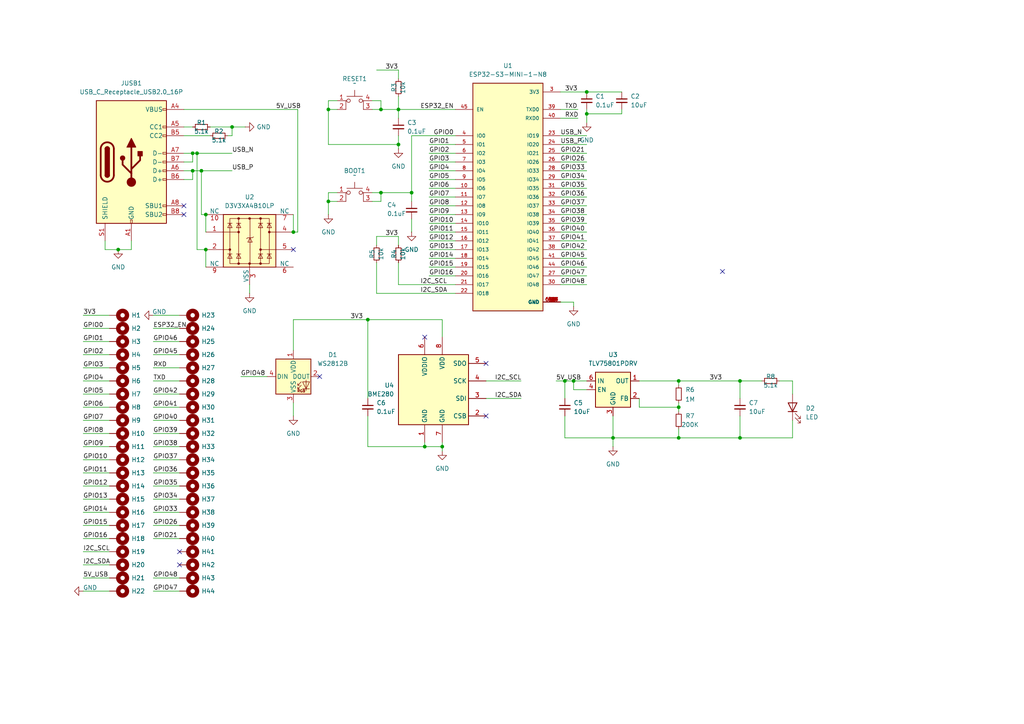
<source format=kicad_sch>
(kicad_sch (version 20231120) (generator "eeschema") (generator_version "8.0")
  (paper "A4")
  (title_block (title "Liz Sensor ESP 32") (rev "V1.0") (company "Sjølyst Innovations"))
  (junction (at 196.85 127))
  (junction (at 119.38 55.88))
  (junction (at 55.88 49.53))
  (junction (at 85.09 67.31))
  (junction (at 59.69 72.39))
  (junction (at 115.57 31.75))
  (junction (at 166.37 110.49))
  (junction (at 55.88 44.45))
  (junction (at 95.25 31.75))
  (junction (at 59.69 62.23))
  (junction (at 123.19 129.54))
  (junction (at 163.83 110.49))
  (junction (at 67.31 36.83))
  (junction (at 196.85 118.11))
  (junction (at 196.85 110.49))
  (junction (at 214.63 127))
  (junction (at 110.49 31.75))
  (junction (at 110.49 55.88))
  (junction (at 95.25 58.42))
  (junction (at 128.27 129.54))
  (junction (at 177.8 127))
  (junction (at 170.18 33.02))
  (junction (at 115.57 41.91))
  (junction (at 106.68 92.71))
  (junction (at 34.29 72.39))
  (junction (at 170.18 26.67))
  (junction (at 58.42 49.53))
  (junction (at 57.15 44.45))
  (junction (at 214.63 110.49))
  (no_connect (at 92.71 109.22))
  (no_connect (at 209.55 78.74))
  (no_connect (at 85.09 72.39))
  (no_connect (at 140.97 105.41))
  (no_connect (at 53.34 62.23))
  (no_connect (at 53.34 59.69))
  (no_connect (at 52.07 163.83))
  (no_connect (at 123.19 97.79))
  (no_connect (at 52.07 160.02))
  (no_connect (at 140.97 120.65))
  (no_connect (at -5.08 106.68))
  (wire (pts (xy 185.42 118.11) (xy 196.85 118.11)))
  (wire (pts (xy 44.45 167.64) (xy 52.07 167.64)))
  (wire (pts (xy 124.46 46.99) (xy 132.08 46.99)))
  (wire (pts (xy 128.27 128.27) (xy 128.27 129.54)))
  (wire (pts (xy 107.95 29.21) (xy 110.49 29.21)))
  (wire (pts (xy 196.85 110.49) (xy 214.63 110.49)))
  (wire (pts (xy 110.49 58.42) (xy 107.95 58.42)))
  (wire (pts (xy 162.56 67.31) (xy 170.18 67.31)))
  (wire (pts (xy 106.68 92.71) (xy 128.27 92.71)))
  (wire (pts (xy 55.88 49.53) (xy 58.42 49.53)))
  (wire (pts (xy 66.04 39.37) (xy 67.31 39.37)))
  (wire (pts (xy 55.88 44.45) (xy 57.15 44.45)))
  (wire (pts (xy 115.57 27.94) (xy 115.57 31.75)))
  (wire (pts (xy 124.46 77.47) (xy 132.08 77.47)))
  (wire (pts (xy 119.38 55.88) (xy 110.49 55.88)))
  (wire (pts (xy 196.85 118.11) (xy 196.85 119.38)))
  (wire (pts (xy 119.38 39.37) (xy 132.08 39.37)))
  (wire (pts (xy 124.46 64.77) (xy 132.08 64.77)))
  (wire (pts (xy 185.42 115.57) (xy 185.42 118.11)))
  (wire (pts (xy 59.69 72.39) (xy 57.15 72.39)))
  (wire (pts (xy 53.34 46.99) (xy 55.88 46.99)))
  (wire (pts (xy 24.13 125.73) (xy 31.75 125.73)))
  (wire (pts (xy 119.38 63.5) (xy 119.38 67.31)))
  (wire (pts (xy 24.13 121.92) (xy 31.75 121.92)))
  (wire (pts (xy 124.46 54.61) (xy 132.08 54.61)))
  (wire (pts (xy 128.27 92.71) (xy 128.27 97.79)))
  (wire (pts (xy 97.79 31.75) (xy 95.25 31.75)))
  (wire (pts (xy 196.85 111.76) (xy 196.85 110.49)))
  (wire (pts (xy 67.31 36.83) (xy 71.12 36.83)))
  (wire (pts (xy 107.95 55.88) (xy 110.49 55.88)))
  (wire (pts (xy 124.46 72.39) (xy 132.08 72.39)))
  (wire (pts (xy 124.46 52.07) (xy 132.08 52.07)))
  (wire (pts (xy 24.13 114.3) (xy 31.75 114.3)))
  (wire (pts (xy 229.87 110.49) (xy 229.87 114.3)))
  (wire (pts (xy 128.27 129.54) (xy 128.27 130.81)))
  (wire (pts (xy 132.08 82.55) (xy 115.57 82.55)))
  (wire (pts (xy 162.56 44.45) (xy 170.18 44.45)))
  (wire (pts (xy 55.88 52.07) (xy 55.88 49.53)))
  (wire (pts (xy 24.13 110.49) (xy 31.75 110.49)))
  (wire (pts (xy 44.45 99.06) (xy 52.07 99.06)))
  (wire (pts (xy 162.56 26.67) (xy 170.18 26.67)))
  (wire (pts (xy 85.09 101.6) (xy 85.09 92.71)))
  (wire (pts (xy 177.8 120.65) (xy 177.8 127)))
  (wire (pts (xy 140.97 115.57) (xy 151.13 115.57)))
  (wire (pts (xy 95.25 31.75) (xy 95.25 29.21)))
  (wire (pts (xy 53.34 52.07) (xy 55.88 52.07)))
  (wire (pts (xy 161.29 110.49) (xy 163.83 110.49)))
  (wire (pts (xy 53.34 44.45) (xy 55.88 44.45)))
  (wire (pts (xy 196.85 127) (xy 177.8 127)))
  (wire (pts (xy 162.56 59.69) (xy 170.18 59.69)))
  (wire (pts (xy 162.56 77.47) (xy 170.18 77.47)))
  (wire (pts (xy 57.15 44.45) (xy 57.15 72.39)))
  (wire (pts (xy 170.18 26.67) (xy 180.34 26.67)))
  (wire (pts (xy 162.56 54.61) (xy 170.18 54.61)))
  (wire (pts (xy 226.06 110.49) (xy 229.87 110.49)))
  (wire (pts (xy 44.45 144.78) (xy 52.07 144.78)))
  (wire (pts (xy 162.56 52.07) (xy 170.18 52.07)))
  (wire (pts (xy 124.46 59.69) (xy 132.08 59.69)))
  (wire (pts (xy 44.45 118.11) (xy 52.07 118.11)))
  (wire (pts (xy 196.85 116.84) (xy 196.85 118.11)))
  (wire (pts (xy 67.31 39.37) (xy 67.31 36.83)))
  (wire (pts (xy 24.13 171.45) (xy 31.75 171.45)))
  (wire (pts (xy 107.95 31.75) (xy 110.49 31.75)))
  (wire (pts (xy 214.63 110.49) (xy 214.63 115.57)))
  (wire (pts (xy 30.48 72.39) (xy 34.29 72.39)))
  (wire (pts (xy 24.13 95.25) (xy 31.75 95.25)))
  (wire (pts (xy 44.45 171.45) (xy 52.07 171.45)))
  (wire (pts (xy 163.83 110.49) (xy 163.83 115.57)))
  (wire (pts (xy 196.85 124.46) (xy 196.85 127)))
  (wire (pts (xy 44.45 95.25) (xy 52.07 95.25)))
  (wire (pts (xy 124.46 49.53) (xy 132.08 49.53)))
  (wire (pts (xy 166.37 113.03) (xy 166.37 110.49)))
  (wire (pts (xy 180.34 31.75) (xy 180.34 33.02)))
  (wire (pts (xy 124.46 57.15) (xy 132.08 57.15)))
  (wire (pts (xy 85.09 92.71) (xy 106.68 92.71)))
  (wire (pts (xy 162.56 49.53) (xy 170.18 49.53)))
  (wire (pts (xy 229.87 127) (xy 214.63 127)))
  (wire (pts (xy 85.09 116.84) (xy 85.09 120.65)))
  (wire (pts (xy 57.15 44.45) (xy 67.31 44.45)))
  (wire (pts (xy 124.46 80.01) (xy 132.08 80.01)))
  (wire (pts (xy 95.25 29.21) (xy 97.79 29.21)))
  (wire (pts (xy 44.45 148.59) (xy 52.07 148.59)))
  (wire (pts (xy 180.34 33.02) (xy 170.18 33.02)))
  (wire (pts (xy 170.18 113.03) (xy 166.37 113.03)))
  (wire (pts (xy 170.18 31.75) (xy 170.18 33.02)))
  (wire (pts (xy 166.37 87.63) (xy 166.37 88.9)))
  (wire (pts (xy 162.56 31.75) (xy 167.64 31.75)))
  (wire (pts (xy 119.38 39.37) (xy 119.38 55.88)))
  (wire (pts (xy 24.13 163.83) (xy 31.75 163.83)))
  (wire (pts (xy 59.69 72.39) (xy 59.69 77.47)))
  (wire (pts (xy 60.96 36.83) (xy 67.31 36.83)))
  (wire (pts (xy 162.56 46.99) (xy 170.18 46.99)))
  (wire (pts (xy 163.83 120.65) (xy 163.83 127)))
  (wire (pts (xy 119.38 55.88) (xy 119.38 58.42)))
  (wire (pts (xy 30.48 69.85) (xy 30.48 72.39)))
  (wire (pts (xy 124.46 67.31) (xy 132.08 67.31)))
  (wire (pts (xy 55.88 46.99) (xy 55.88 44.45)))
  (wire (pts (xy 229.87 121.92) (xy 229.87 127)))
  (wire (pts (xy 24.13 167.64) (xy 31.75 167.64)))
  (wire (pts (xy 44.45 140.97) (xy 52.07 140.97)))
  (wire (pts (xy 72.39 82.55) (xy 72.39 85.09)))
  (wire (pts (xy 115.57 68.58) (xy 115.57 71.12)))
  (wire (pts (xy 53.34 39.37) (xy 60.96 39.37)))
  (wire (pts (xy 69.85 109.22) (xy 77.47 109.22)))
  (wire (pts (xy 97.79 55.88) (xy 95.25 55.88)))
  (wire (pts (xy 109.22 85.09) (xy 132.08 85.09)))
  (wire (pts (xy 109.22 68.58) (xy 115.57 68.58)))
  (wire (pts (xy 162.56 62.23) (xy 170.18 62.23)))
  (wire (pts (xy 162.56 74.93) (xy 170.18 74.93)))
  (wire (pts (xy 44.45 137.16) (xy 52.07 137.16)))
  (wire (pts (xy 106.68 129.54) (xy 123.19 129.54)))
  (wire (pts (xy 140.97 110.49) (xy 151.13 110.49)))
  (wire (pts (xy 44.45 110.49) (xy 52.07 110.49)))
  (wire (pts (xy 95.25 41.91) (xy 95.25 31.75)))
  (wire (pts (xy 115.57 31.75) (xy 115.57 34.29)))
  (wire (pts (xy 24.13 160.02) (xy 31.75 160.02)))
  (wire (pts (xy 24.13 91.44) (xy 31.75 91.44)))
  (wire (pts (xy 110.49 31.75) (xy 115.57 31.75)))
  (wire (pts (xy 24.13 137.16) (xy 31.75 137.16)))
  (wire (pts (xy 123.19 128.27) (xy 123.19 129.54)))
  (wire (pts (xy 24.13 129.54) (xy 31.75 129.54)))
  (wire (pts (xy 214.63 110.49) (xy 220.98 110.49)))
  (wire (pts (xy 95.25 58.42) (xy 97.79 58.42)))
  (wire (pts (xy 44.45 156.21) (xy 52.07 156.21)))
  (wire (pts (xy 53.34 49.53) (xy 55.88 49.53)))
  (wire (pts (xy 44.45 133.35) (xy 52.07 133.35)))
  (wire (pts (xy 24.13 148.59) (xy 31.75 148.59)))
  (wire (pts (xy 162.56 34.29) (xy 167.64 34.29)))
  (wire (pts (xy 24.13 156.21) (xy 31.75 156.21)))
  (wire (pts (xy 95.25 55.88) (xy 95.25 58.42)))
  (wire (pts (xy 44.45 114.3) (xy 52.07 114.3)))
  (wire (pts (xy 106.68 92.71) (xy 106.68 115.57)))
  (wire (pts (xy 24.13 102.87) (xy 31.75 102.87)))
  (wire (pts (xy 115.57 41.91) (xy 115.57 43.18)))
  (wire (pts (xy 109.22 20.32) (xy 115.57 20.32)))
  (wire (pts (xy 115.57 22.86) (xy 115.57 20.32)))
  (wire (pts (xy 124.46 69.85) (xy 132.08 69.85)))
  (wire (pts (xy 38.1 72.39) (xy 34.29 72.39)))
  (wire (pts (xy 53.34 31.75) (xy 86.36 31.75)))
  (wire (pts (xy 123.19 129.54) (xy 128.27 129.54)))
  (wire (pts (xy 115.57 41.91) (xy 95.25 41.91)))
  (wire (pts (xy 115.57 82.55) (xy 115.57 76.2)))
  (wire (pts (xy 163.83 127) (xy 177.8 127)))
  (wire (pts (xy 58.42 62.23) (xy 59.69 62.23)))
  (wire (pts (xy 85.09 67.31) (xy 86.36 67.31)))
  (wire (pts (xy 162.56 87.63) (xy 166.37 87.63)))
  (wire (pts (xy 44.45 121.92) (xy 52.07 121.92)))
  (wire (pts (xy 58.42 49.53) (xy 58.42 62.23)))
  (wire (pts (xy 163.83 110.49) (xy 166.37 110.49)))
  (wire (pts (xy 24.13 140.97) (xy 31.75 140.97)))
  (wire (pts (xy 214.63 120.65) (xy 214.63 127)))
  (wire (pts (xy 44.45 129.54) (xy 52.07 129.54)))
  (wire (pts (xy 162.56 72.39) (xy 170.18 72.39)))
  (wire (pts (xy 214.63 127) (xy 196.85 127)))
  (wire (pts (xy 162.56 57.15) (xy 170.18 57.15)))
  (wire (pts (xy 24.13 144.78) (xy 31.75 144.78)))
  (wire (pts (xy 109.22 76.2) (xy 109.22 85.09)))
  (wire (pts (xy 162.56 69.85) (xy 170.18 69.85)))
  (wire (pts (xy 124.46 41.91) (xy 132.08 41.91)))
  (wire (pts (xy 85.09 62.23) (xy 85.09 67.31)))
  (wire (pts (xy 162.56 80.01) (xy 170.18 80.01)))
  (wire (pts (xy 44.45 91.44) (xy 52.07 91.44)))
  (wire (pts (xy 162.56 41.91) (xy 170.18 41.91)))
  (wire (pts (xy 44.45 106.68) (xy 52.07 106.68)))
  (wire (pts (xy 95.25 58.42) (xy 95.25 62.23)))
  (wire (pts (xy 124.46 74.93) (xy 132.08 74.93)))
  (wire (pts (xy 110.49 55.88) (xy 110.49 58.42)))
  (wire (pts (xy 24.13 118.11) (xy 31.75 118.11)))
  (wire (pts (xy 24.13 152.4) (xy 31.75 152.4)))
  (wire (pts (xy 115.57 39.37) (xy 115.57 41.91)))
  (wire (pts (xy 109.22 71.12) (xy 109.22 68.58)))
  (wire (pts (xy 38.1 69.85) (xy 38.1 72.39)))
  (wire (pts (xy 44.45 152.4) (xy 52.07 152.4)))
  (wire (pts (xy 58.42 49.53) (xy 67.31 49.53)))
  (wire (pts (xy 86.36 67.31) (xy 86.36 31.75)))
  (wire (pts (xy 124.46 44.45) (xy 132.08 44.45)))
  (wire (pts (xy 24.13 133.35) (xy 31.75 133.35)))
  (wire (pts (xy 106.68 120.65) (xy 106.68 129.54)))
  (wire (pts (xy 124.46 62.23) (xy 132.08 62.23)))
  (wire (pts (xy 162.56 64.77) (xy 170.18 64.77)))
  (wire (pts (xy 44.45 125.73) (xy 52.07 125.73)))
  (wire (pts (xy 162.56 82.55) (xy 170.18 82.55)))
  (wire (pts (xy 24.13 106.68) (xy 31.75 106.68)))
  (wire (pts (xy 44.45 102.87) (xy 52.07 102.87)))
  (wire (pts (xy 24.13 99.06) (xy 31.75 99.06)))
  (wire (pts (xy 170.18 33.02) (xy 170.18 35.56)))
  (wire (pts (xy 110.49 29.21) (xy 110.49 31.75)))
  (wire (pts (xy 185.42 110.49) (xy 196.85 110.49)))
  (wire (pts (xy 132.08 31.75) (xy 115.57 31.75)))
  (wire (pts (xy 53.34 36.83) (xy 55.88 36.83)))
  (wire (pts (xy 166.37 110.49) (xy 170.18 110.49)))
  (wire (pts (xy 162.56 39.37) (xy 170.18 39.37)))
  (wire (pts (xy 59.69 62.23) (xy 59.69 67.31)))
  (wire (pts (xy 177.8 127) (xy 177.8 129.54)))
  (label "GPIO39" (at 162.56 64.77 0))
  (label "GPIO36" (at 162.56 57.15 0))
  (label "GPIO47" (at 44.45 171.45 0))
  (label "GPIO10" (at 24.13 133.35 0))
  (label "3V3" (at 111.76 68.58 0))
  (label "GPIO47" (at 162.56 80.01 0))
  (label "GPIO37" (at 162.56 59.69 0))
  (label "5V_USB" (at 80.01 31.75 0))
  (label "GPIO34" (at 44.45 144.78 0))
  (label "GPIO45" (at 44.45 102.87 0))
  (label "GPIO42" (at 162.56 72.39 0))
  (label "GPIO21" (at 162.56 44.45 0))
  (label "USB_N" (at 162.56 39.37 0))
  (label "GPIO2" (at 24.13 102.87 0))
  (label "GPIO7" (at 124.46 57.15 0))
  (label "GPIO39" (at 44.45 125.73 0))
  (label "5V_USB" (at 161.29 110.49 0))
  (label "3V3" (at 24.13 91.44 0))
  (label "GPIO13" (at 124.46 72.39 0))
  (label "GPIO14" (at 124.46 74.93 0))
  (label "USB_P" (at 67.31 49.53 0))
  (label "GPIO8" (at 24.13 125.73 0))
  (label "3V3" (at 111.76 20.32 0))
  (label "GPIO41" (at 162.56 69.85 0))
  (label "GPIO1" (at 24.13 99.06 0))
  (label "I2C_SDA" (at 121.92 85.09 0))
  (label "GPIO35" (at 44.45 140.97 0))
  (label "GPIO34" (at 162.56 52.07 0))
  (label "GPIO38" (at 44.45 129.54 0))
  (label "GPIO46" (at 44.45 99.06 0))
  (label "TXD" (at 163.83 31.75 0))
  (label "ESP32_EN" (at 121.92 31.75 0))
  (label "GPIO48" (at 69.85 109.22 0))
  (label "GPIO6" (at 124.46 54.61 0))
  (label "GPIO5" (at 124.46 52.07 0))
  (label "RXD" (at 44.45 106.68 0))
  (label "GPIO12" (at 24.13 140.97 0))
  (label "GPIO3" (at 124.46 46.99 0))
  (label "GPIO12" (at 124.46 69.85 0))
  (label "GPIO0" (at 125.73 39.37 0))
  (label "GPIO7" (at 24.13 121.92 0))
  (label "USB_P" (at 162.56 41.91 0))
  (label "GPIO40" (at 44.45 121.92 0))
  (label "GPIO48" (at 162.56 82.55 0))
  (label "GPIO3" (at 24.13 106.68 0))
  (label "GPIO1" (at 124.46 41.91 0))
  (label "GPIO40" (at 162.56 67.31 0))
  (label "GPIO13" (at 24.13 144.78 0))
  (label "GPIO46" (at 162.56 77.47 0))
  (label "I2C_SCL" (at 24.13 160.02 0))
  (label "GPIO48" (at 44.45 167.64 0))
  (label "GPIO16" (at 24.13 156.21 0))
  (label "GPIO11" (at 24.13 137.16 0))
  (label "GPIO10" (at 124.46 64.77 0))
  (label "GPIO21" (at 44.45 156.21 0))
  (label "3V3" (at 205.74 110.49 0))
  (label "GPIO14" (at 24.13 148.59 0))
  (label "I2C_SCL" (at 143.51 110.49 0))
  (label "GPIO42" (at 44.45 114.3 0))
  (label "GPIO16" (at 124.46 80.01 0))
  (label "GPIO35" (at 162.56 54.61 0))
  (label "GPIO26" (at 162.56 46.99 0))
  (label "I2C_SCL" (at 121.92 82.55 0))
  (label "GPIO41" (at 44.45 118.11 0))
  (label "RXD" (at 163.83 34.29 0))
  (label "ESP32_EN" (at 44.45 95.25 0))
  (label "GPIO2" (at 124.46 44.45 0))
  (label "GPIO38" (at 162.56 62.23 0))
  (label "5V_USB" (at 24.13 167.64 0))
  (label "GPIO33" (at 162.56 49.53 0))
  (label "I2C_SDA" (at 143.51 115.57 0))
  (label "GPIO11" (at 124.46 67.31 0))
  (label "GPIO26" (at 44.45 152.4 0))
  (label "GPIO15" (at 24.13 152.4 0))
  (label "GPIO4" (at 24.13 110.49 0))
  (label "GPIO4" (at 124.46 49.53 0))
  (label "GPIO0" (at 24.13 95.25 0))
  (label "3V3" (at 163.83 26.67 0))
  (label "GPIO6" (at 24.13 118.11 0))
  (label "GPIO5" (at 24.13 114.3 0))
  (label "GPIO33" (at 44.45 148.59 0))
  (label "GPIO36" (at 44.45 137.16 0))
  (label "3V3" (at 101.6 92.71 0))
  (label "GPIO45" (at 162.56 74.93 0))
  (label "I2C_SDA" (at 24.13 163.83 0))
  (label "GPIO9" (at 124.46 62.23 0))
  (label "GPIO37" (at 44.45 133.35 0))
  (label "GPIO8" (at 124.46 59.69 0))
  (label "USB_N" (at 67.31 44.45 0))
  (label "TXD" (at 44.45 110.49 0))
  (label "GPIO15" (at 124.46 77.47 0))
  (label "GPIO9" (at 24.13 129.54 0))
  (symbol (lib_id "Mechanical:MountingHole_Pad") (at 54.61 121.92 270) (unit 1) (exclude_from_sim yes) (in_bom no)
    (property "Reference" "H31" (at 58.42 121.9199 90) (effects (justify left)))
    (property "Footprint" "TestPoint:TestPoint_THTPad_D1.0mm_Drill0.5mm" (effects (hide yes)))
    (property "Description" "Mounting Hole with connection" (effects (hide yes)))
  )
  (symbol (lib_id "Mechanical:MountingHole_Pad") (at 54.61 156.21 270) (unit 1) (exclude_from_sim yes) (in_bom no)
    (property "Reference" "H40" (at 58.42 156.2099 90) (effects (justify left)))
    (property "Footprint" "TestPoint:TestPoint_THTPad_D1.0mm_Drill0.5mm" (effects (hide yes)))
    (property "Description" "Mounting Hole with connection" (effects (hide yes)))
  )
  (symbol (lib_id "Sensor:BME280") (at 125.73 113.03 0) (unit 1)
    (property "Reference" "U4" (at 114.3 111.7599 0) (effects (justify right)))
    (property "Value" "BME280" (at 114.3 114.2999 0) (effects (justify right)))
    (property "Footprint" "Package_LGA:Bosch_LGA-8_2.5x2.5mm_P0.65mm_ClockwisePinNumbering" (effects (hide yes)))
    (property "Datasheet" "https://www.bosch-sensortec.com/media/boschsensortec/downloads/datasheets/bst-bme280-ds002.pdf" (effects (hide yes)))
    (property "Description" "3-in-1 sensor, humidity, pressure, temperature, I2C and SPI interface, 1.71-3.6V, LGA-8" (effects (hide yes)))
  )
  (symbol (lib_id "Device:C_Small") (at 115.57 36.83 0) (unit 1)
    (property "Reference" "C3" (at 118.11 35.5662 0) (effects (justify left)))
    (property "Value" "0.1uF" (at 118.11 38.1062 0) (effects (justify left)))
    (property "Footprint" "Capacitor_SMD:C_0603_1608Metric" (effects (hide yes)))
    (property "Description" "Unpolarized capacitor, small symbol" (effects (hide yes)))
  )
  (symbol (lib_id "power:GND") (at 166.37 88.9 0) (unit 1)
    (property "Reference" "#PWR06" (effects (hide yes)))
    (property "Value" "GND" (at 166.37 93.98 0))
    (property "Description" "Power symbol creates a global label with name \"GND\" , ground" (effects (hide yes)))
  )
  (symbol (lib_id "power:GND") (at 44.45 91.44 270) (unit 1)
    (property "Reference" "#PWR013" (effects (hide yes)))
    (property "Value" "GND" (at 48.26 90.424 90) (effects (justify right)))
    (property "Description" "Power symbol creates a global label with name \"GND\" , ground" (effects (hide yes)))
  )
  (symbol (lib_id "Mechanical:MountingHole_Pad") (at 34.29 125.73 270) (unit 1) (exclude_from_sim yes) (in_bom no)
    (property "Reference" "H10" (at 38.1 125.7299 90) (effects (justify left)))
    (property "Footprint" "TestPoint:TestPoint_THTPad_D1.0mm_Drill0.5mm" (effects (hide yes)))
    (property "Description" "Mounting Hole with connection" (effects (hide yes)))
  )
  (symbol (lib_id "power:GND") (at 85.09 120.65 0) (unit 1)
    (property "Reference" "#PWR08" (effects (hide yes)))
    (property "Value" "GND" (at 85.09 125.73 0))
    (property "Description" "Power symbol creates a global label with name \"GND\" , ground" (effects (hide yes)))
  )
  (symbol (lib_id "power:GND") (at 71.12 36.83 90) (unit 1)
    (property "Reference" "#PWR01" (effects (hide yes)))
    (property "Value" "GND" (at 74.422 36.83 90) (effects (justify right)))
    (property "Description" "Power symbol creates a global label with name \"GND\" , ground" (effects (hide yes)))
  )
  (symbol (lib_id "ESP32-S3-MINI-1-N8:ESP32-S3-MINI-1-N8") (at 147.32 57.15 0) (unit 1)
    (property "Reference" "U1" (at 147.32 19.05 0))
    (property "Value" "ESP32-S3-MINI-1-N8" (at 147.32 21.59 0))
    (property "Footprint" "ESP32_S3_MINI_1_N8:XCVR_ESP32-S3-MINI-1-N8" (effects (hide yes)))
    (property "MF" "Espressif Systems" (effects (hide yes)))
    (property "MAXIMUM_PACKAGE_HEIGHT" "2.55mm" (effects (hide yes)))
    (property "Package" "None" (effects (hide yes)))
    (property "Price" "None" (effects (hide yes)))
    (property "Check_prices" "https://www.snapeda.com/parts/ESP32-S3-MINI-1-N8/Espressif+Systems/view-part/?ref=eda" (effects (hide yes)))
    (property "STANDARD" "Manufacturer Recommendations" (effects (hide yes)))
    (property "PARTREV" "v0.6" (effects (hide yes)))
    (property "SnapEDA_Link" "https://www.snapeda.com/parts/ESP32-S3-MINI-1-N8/Espressif+Systems/view-part/?ref=snap" (effects (hide yes)))
    (property "MP" "ESP32-S3-MINI-1-N8" (effects (hide yes)))
    (property "Purchase-URL" "https://www.snapeda.com/api/url_track_click_mouser/?unipart_id=8941370&manufacturer=Espressif Systems&part_name=ESP32-S3-MINI-1-N8&search_term=None" (effects (hide yes)))
    (property "Description_1" "\nBluetooth, WiFi 802.11b/g/n, Bluetooth v5.0 Transceiver Module 2.4GHz PCB Trace Surface Mount\n" (effects (hide yes)))
    (property "Availability" "In Stock" (effects (hide yes)))
    (property "MANUFACTURER" "Espressif" (effects (hide yes)))
  )
  (symbol (lib_id "Regulator_Linear:TLV75801PDRV") (at 177.8 113.03 0) (unit 1)
    (property "Reference" "U3" (at 177.8 102.87 0))
    (property "Value" "TLV75801PDRV" (at 177.8 105.41 0))
    (property "Footprint" "Package_SON:WSON-6-1EP_2x2mm_P0.65mm_EP1x1.6mm" (effects (hide yes)))
    (property "Datasheet" "https://www.ti.com/lit/ds/symlink/tlv758p.pdf" (effects (hide yes)))
    (property "Description" "500mA Low-Dropout Linear Regulator, Adjustable Output, WSON-6" (effects (hide yes)))
  )
  (symbol (lib_id "Device:C_Small") (at 170.18 29.21 0) (unit 1)
    (property "Reference" "C1" (at 172.72 27.9462 0) (effects (justify left)))
    (property "Value" "0.1uF" (at 172.72 30.4862 0) (effects (justify left)))
    (property "Footprint" "Capacitor_SMD:C_0603_1608Metric" (effects (hide yes)))
    (property "Description" "Unpolarized capacitor, small symbol" (effects (hide yes)))
  )
  (symbol (lib_id "Mechanical:MountingHole_Pad") (at 54.61 118.11 270) (unit 1) (exclude_from_sim yes) (in_bom no)
    (property "Reference" "H30" (at 58.42 118.1099 90) (effects (justify left)))
    (property "Footprint" "TestPoint:TestPoint_THTPad_D1.0mm_Drill0.5mm" (effects (hide yes)))
    (property "Description" "Mounting Hole with connection" (effects (hide yes)))
  )
  (symbol (lib_id "power:GND") (at 128.27 130.81 0) (unit 1)
    (property "Reference" "#PWR010" (effects (hide yes)))
    (property "Value" "GND" (at 128.27 135.89 0))
    (property "Description" "Power symbol creates a global label with name \"GND\" , ground" (effects (hide yes)))
  )
  (symbol (lib_id "Device:R_Small") (at 63.5 39.37 90) (unit 1)
    (property "Reference" "R2" (at 63.5 38.1 90))
    (property "Value" "5.1k" (at 63.5 40.64 90))
    (property "Footprint" "Resistor_SMD:R_0603_1608Metric" (effects (hide yes)))
    (property "Description" "Resistor, small symbol" (effects (hide yes)))
  )
  (symbol (lib_id "Mechanical:MountingHole_Pad") (at 34.29 118.11 270) (unit 1) (exclude_from_sim yes) (in_bom no)
    (property "Reference" "H8" (at 38.1 118.1099 90) (effects (justify left)))
    (property "Footprint" "TestPoint:TestPoint_THTPad_D1.0mm_Drill0.5mm" (effects (hide yes)))
    (property "Description" "Mounting Hole with connection" (effects (hide yes)))
  )
  (symbol (lib_id "Mechanical:MountingHole_Pad") (at 54.61 148.59 270) (unit 1) (exclude_from_sim yes) (in_bom no)
    (property "Reference" "H38" (at 58.42 148.5899 90) (effects (justify left)))
    (property "Footprint" "TestPoint:TestPoint_THTPad_D1.0mm_Drill0.5mm" (effects (hide yes)))
    (property "Description" "Mounting Hole with connection" (effects (hide yes)))
  )
  (symbol (lib_id "Mechanical:MountingHole_Pad") (at 54.61 133.35 270) (unit 1) (exclude_from_sim yes) (in_bom no)
    (property "Reference" "H34" (at 58.42 133.3499 90) (effects (justify left)))
    (property "Footprint" "TestPoint:TestPoint_THTPad_D1.0mm_Drill0.5mm" (effects (hide yes)))
    (property "Description" "Mounting Hole with connection" (effects (hide yes)))
  )
  (symbol (lib_id "Mechanical:MountingHole_Pad") (at 54.61 106.68 270) (unit 1) (exclude_from_sim yes) (in_bom no)
    (property "Reference" "H27" (at 58.42 106.6799 90) (effects (justify left)))
    (property "Footprint" "TestPoint:TestPoint_THTPad_D1.0mm_Drill0.5mm" (effects (hide yes)))
    (property "Description" "Mounting Hole with connection" (effects (hide yes)))
  )
  (symbol (lib_id "Mechanical:MountingHole_Pad") (at 54.61 95.25 270) (unit 1) (exclude_from_sim yes) (in_bom no)
    (property "Reference" "H24" (at 58.42 95.2499 90) (effects (justify left)))
    (property "Footprint" "TestPoint:TestPoint_THTPad_D1.0mm_Drill0.5mm" (effects (hide yes)))
    (property "Description" "Mounting Hole with connection" (effects (hide yes)))
  )
  (symbol (lib_id "power:GND") (at 170.18 35.56 0) (unit 1)
    (property "Reference" "#PWR04" (effects (hide yes)))
    (property "Value" "GND" (at 170.18 40.64 0))
    (property "Description" "Power symbol creates a global label with name \"GND\" , ground" (effects (hide yes)))
  )
  (symbol (lib_id "Mechanical:MountingHole_Pad") (at 34.29 140.97 270) (unit 1) (exclude_from_sim yes) (in_bom no)
    (property "Reference" "H14" (at 38.1 140.9699 90) (effects (justify left)))
    (property "Footprint" "TestPoint:TestPoint_THTPad_D1.0mm_Drill0.5mm" (effects (hide yes)))
    (property "Description" "Mounting Hole with connection" (effects (hide yes)))
  )
  (symbol (lib_id "Mechanical:MountingHole_Pad") (at 34.29 129.54 270) (unit 1) (exclude_from_sim yes) (in_bom no)
    (property "Reference" "H11" (at 38.1 129.5399 90) (effects (justify left)))
    (property "Footprint" "TestPoint:TestPoint_THTPad_D1.0mm_Drill0.5mm" (effects (hide yes)))
    (property "Description" "Mounting Hole with connection" (effects (hide yes)))
  )
  (symbol (lib_id "Device:LED") (at 229.87 118.11 90) (unit 1)
    (property "Reference" "D2" (at 233.68 118.4274 90) (effects (justify right)))
    (property "Value" "LED" (at 233.68 120.9674 90) (effects (justify right)))
    (property "Footprint" "LED_SMD:LED_0603_1608Metric" (effects (hide yes)))
    (property "Description" "Light emitting diode" (effects (hide yes)))
  )
  (symbol (lib_id "Switch:SW_MEC_5E") (at 102.87 58.42 0) (unit 1)
    (property "Reference" "BOOT1" (at 102.87 49.53 0))
    (property "Value" "~" (at 102.87 50.8 0))
    (property "Footprint" "Button_Switch_SMD:SW_SPST_PTS810" (effects (hide yes)))
    (property "Datasheet" "http://www.apem.com/int/index.php?controller=attachment&id_attachment=1371" (effects (hide yes)))
    (property "Description" "MEC 5E single pole normally-open tactile switch" (effects (hide yes)))
  )
  (symbol (lib_id "Mechanical:MountingHole_Pad") (at 34.29 163.83 270) (unit 1) (exclude_from_sim yes) (in_bom no)
    (property "Reference" "H20" (at 38.1 163.8299 90) (effects (justify left)))
    (property "Footprint" "TestPoint:TestPoint_THTPad_D1.0mm_Drill0.5mm" (effects (hide yes)))
    (property "Description" "Mounting Hole with connection" (effects (hide yes)))
  )
  (symbol (lib_id "Device:C_Small") (at 180.34 29.21 0) (unit 1)
    (property "Reference" "C2" (at 182.88 27.9462 0) (effects (justify left)))
    (property "Value" "10uF" (at 182.88 30.4862 0) (effects (justify left)))
    (property "Footprint" "Capacitor_SMD:C_0603_1608Metric" (effects (hide yes)))
    (property "Description" "Unpolarized capacitor, small symbol" (effects (hide yes)))
  )
  (symbol (lib_id "Mechanical:MountingHole_Pad") (at 34.29 160.02 270) (unit 1) (exclude_from_sim yes) (in_bom no)
    (property "Reference" "H19" (at 38.1 160.0199 90) (effects (justify left)))
    (property "Footprint" "TestPoint:TestPoint_THTPad_D1.0mm_Drill0.5mm" (effects (hide yes)))
    (property "Description" "Mounting Hole with connection" (effects (hide yes)))
  )
  (symbol (lib_id "Device:R_Small") (at 223.52 110.49 90) (unit 1)
    (property "Reference" "R8" (at 223.52 109.22 90))
    (property "Value" "5.1k" (at 223.52 111.76 90))
    (property "Footprint" "Resistor_SMD:R_0603_1608Metric" (effects (hide yes)))
    (property "Description" "Resistor, small symbol" (effects (hide yes)))
  )
  (symbol (lib_id "power:GND") (at 24.13 171.45 270) (unit 1)
    (property "Reference" "#PWR011" (effects (hide yes)))
    (property "Value" "GND" (at 28.194 170.434 90) (effects (justify right)))
    (property "Description" "Power symbol creates a global label with name \"GND\" , ground" (effects (hide yes)))
  )
  (symbol (lib_id "LED:WS2812B") (at 85.09 109.22 0) (unit 1)
    (property "Reference" "D1" (at 96.52 102.9014 0))
    (property "Value" "WS2812B" (at 96.52 105.4414 0))
    (property "Footprint" "LED_SMD:LED_WS2812B_PLCC4_5.0x5.0mm_P3.2mm" (effects (hide yes)))
    (property "Datasheet" "https://cdn-shop.adafruit.com/datasheets/WS2812B.pdf" (effects (hide yes)))
    (property "Description" "RGB LED with integrated controller" (effects (hide yes)))
  )
  (symbol (lib_id "Mechanical:MountingHole_Pad") (at 54.61 160.02 270) (unit 1) (exclude_from_sim yes) (in_bom no)
    (property "Reference" "H41" (at 58.42 160.0199 90) (effects (justify left)))
    (property "Footprint" "TestPoint:TestPoint_THTPad_D1.0mm_Drill0.5mm" (effects (hide yes)))
    (property "Description" "Mounting Hole with connection" (effects (hide yes)))
  )
  (symbol (lib_id "Mechanical:MountingHole_Pad") (at 54.61 144.78 270) (unit 1) (exclude_from_sim yes) (in_bom no)
    (property "Reference" "H37" (at 58.42 144.7799 90) (effects (justify left)))
    (property "Footprint" "TestPoint:TestPoint_THTPad_D1.0mm_Drill0.5mm" (effects (hide yes)))
    (property "Description" "Mounting Hole with connection" (effects (hide yes)))
  )
  (symbol (lib_id "Device:R_Small") (at 196.85 114.3 180) (unit 1)
    (property "Reference" "R6" (at 200.152 113.03 0))
    (property "Value" "1M" (at 200.152 115.824 0))
    (property "Footprint" "Resistor_SMD:R_0603_1608Metric" (effects (hide yes)))
    (property "Description" "Resistor, small symbol" (effects (hide yes)))
  )
  (symbol (lib_id "Mechanical:MountingHole_Pad") (at 54.61 171.45 270) (unit 1) (exclude_from_sim yes) (in_bom no)
    (property "Reference" "H44" (at 58.42 171.4499 90) (effects (justify left)))
    (property "Footprint" "TestPoint:TestPoint_THTPad_D1.0mm_Drill0.5mm" (effects (hide yes)))
    (property "Description" "Mounting Hole with connection" (effects (hide yes)))
  )
  (symbol (lib_id "Mechanical:MountingHole_Pad") (at 54.61 114.3 270) (unit 1) (exclude_from_sim yes) (in_bom no)
    (property "Reference" "H29" (at 58.42 114.2999 90) (effects (justify left)))
    (property "Footprint" "TestPoint:TestPoint_THTPad_D1.0mm_Drill0.5mm" (effects (hide yes)))
    (property "Description" "Mounting Hole with connection" (effects (hide yes)))
  )
  (symbol (lib_id "Mechanical:MountingHole_Pad") (at 34.29 110.49 270) (unit 1) (exclude_from_sim yes) (in_bom no)
    (property "Reference" "H6" (at 38.1 110.4899 90) (effects (justify left)))
    (property "Footprint" "TestPoint:TestPoint_THTPad_D1.0mm_Drill0.5mm" (effects (hide yes)))
    (property "Description" "Mounting Hole with connection" (effects (hide yes)))
  )
  (symbol (lib_id "Mechanical:MountingHole_Pad") (at 34.29 106.68 270) (unit 1) (exclude_from_sim yes) (in_bom no)
    (property "Reference" "H5" (at 38.1 106.6799 90) (effects (justify left)))
    (property "Footprint" "TestPoint:TestPoint_THTPad_D1.0mm_Drill0.5mm" (effects (hide yes)))
    (property "Description" "Mounting Hole with connection" (effects (hide yes)))
  )
  (symbol (lib_id "power:GND") (at 95.25 62.23 0) (unit 1)
    (property "Reference" "#PWR012" (effects (hide yes)))
    (property "Value" "GND" (at 95.25 67.31 0))
    (property "Description" "Power symbol creates a global label with name \"GND\" , ground" (effects (hide yes)))
  )
  (symbol (lib_id "Mechanical:MountingHole_Pad") (at 54.61 110.49 270) (unit 1) (exclude_from_sim yes) (in_bom no)
    (property "Reference" "H28" (at 58.42 110.4899 90) (effects (justify left)))
    (property "Footprint" "TestPoint:TestPoint_THTPad_D1.0mm_Drill0.5mm" (effects (hide yes)))
    (property "Description" "Mounting Hole with connection" (effects (hide yes)))
  )
  (symbol (lib_id "Switch:SW_MEC_5E") (at 102.87 31.75 0) (unit 1)
    (property "Reference" "RESET1" (at 102.87 22.86 0))
    (property "Value" "~" (at 102.87 24.13 0))
    (property "Footprint" "Button_Switch_SMD:SW_SPST_PTS810" (effects (hide yes)))
    (property "Datasheet" "http://www.apem.com/int/index.php?controller=attachment&id_attachment=1371" (effects (hide yes)))
    (property "Description" "MEC 5E single pole normally-open tactile switch" (effects (hide yes)))
  )
  (symbol (lib_id "Device:C_Small") (at 119.38 60.96 0) (unit 1)
    (property "Reference" "C4" (at 112.268 59.436 0) (effects (justify left)))
    (property "Value" "0.1uF" (at 112.268 61.976 0) (effects (justify left)))
    (property "Footprint" "Capacitor_SMD:C_0603_1608Metric" (effects (hide yes)))
    (property "Description" "Unpolarized capacitor, small symbol" (effects (hide yes)))
  )
  (symbol (lib_id "power:GND") (at 72.39 85.09 0) (unit 1)
    (property "Reference" "#PWR03" (effects (hide yes)))
    (property "Value" "GND" (at 72.39 90.17 0))
    (property "Description" "Power symbol creates a global label with name \"GND\" , ground" (effects (hide yes)))
  )
  (symbol (lib_id "Mechanical:MountingHole_Pad") (at 54.61 91.44 270) (unit 1) (exclude_from_sim yes) (in_bom no)
    (property "Reference" "H23" (at 58.42 91.4399 90) (effects (justify left)))
    (property "Footprint" "TestPoint:TestPoint_THTPad_D1.0mm_Drill0.5mm" (effects (hide yes)))
    (property "Description" "Mounting Hole with connection" (effects (hide yes)))
  )
  (symbol (lib_id "power:GND") (at 115.57 43.18 0) (unit 1)
    (property "Reference" "#PWR05" (effects (hide yes)))
    (property "Value" "GND" (at 115.57 48.26 0))
    (property "Description" "Power symbol creates a global label with name \"GND\" , ground" (effects (hide yes)))
  )
  (symbol (lib_id "Mechanical:MountingHole_Pad") (at 34.29 137.16 270) (unit 1) (exclude_from_sim yes) (in_bom no)
    (property "Reference" "H13" (at 38.1 137.1599 90) (effects (justify left)))
    (property "Footprint" "TestPoint:TestPoint_THTPad_D1.0mm_Drill0.5mm" (effects (hide yes)))
    (property "Description" "Mounting Hole with connection" (effects (hide yes)))
  )
  (symbol (lib_id "Mechanical:MountingHole_Pad") (at 34.29 133.35 270) (unit 1) (exclude_from_sim yes) (in_bom no)
    (property "Reference" "H12" (at 38.1 133.3499 90) (effects (justify left)))
    (property "Footprint" "TestPoint:TestPoint_THTPad_D1.0mm_Drill0.5mm" (effects (hide yes)))
    (property "Description" "Mounting Hole with connection" (effects (hide yes)))
  )
  (symbol (lib_id "Device:C_Small") (at 214.63 118.11 0) (unit 1)
    (property "Reference" "C7" (at 217.17 116.8462 0) (effects (justify left)))
    (property "Value" "10uF" (at 217.17 119.3862 0) (effects (justify left)))
    (property "Footprint" "Capacitor_SMD:C_0603_1608Metric" (effects (hide yes)))
    (property "Description" "Unpolarized capacitor, small symbol" (effects (hide yes)))
  )
  (symbol (lib_id "Mechanical:MountingHole_Pad") (at 34.29 171.45 270) (unit 1) (exclude_from_sim yes) (in_bom no)
    (property "Reference" "H22" (at 38.1 171.4499 90) (effects (justify left)))
    (property "Footprint" "TestPoint:TestPoint_THTPad_D1.0mm_Drill0.5mm" (effects (hide yes)))
    (property "Description" "Mounting Hole with connection" (effects (hide yes)))
  )
  (symbol (lib_id "Mechanical:MountingHole_Pad") (at 34.29 148.59 270) (unit 1) (exclude_from_sim yes) (in_bom no)
    (property "Reference" "H16" (at 38.1 148.5899 90) (effects (justify left)))
    (property "Footprint" "TestPoint:TestPoint_THTPad_D1.0mm_Drill0.5mm" (effects (hide yes)))
    (property "Description" "Mounting Hole with connection" (effects (hide yes)))
  )
  (symbol (lib_id "Mechanical:MountingHole_Pad") (at 54.61 163.83 270) (unit 1) (exclude_from_sim yes) (in_bom no)
    (property "Reference" "H42" (at 58.42 163.8299 90) (effects (justify left)))
    (property "Footprint" "TestPoint:TestPoint_THTPad_D1.0mm_Drill0.5mm" (effects (hide yes)))
    (property "Description" "Mounting Hole with connection" (effects (hide yes)))
  )
  (symbol (lib_id "Device:C_Small") (at 106.68 118.11 0) (unit 1)
    (property "Reference" "C6" (at 109.22 116.8462 0) (effects (justify left)))
    (property "Value" "0.1uF" (at 109.22 119.3862 0) (effects (justify left)))
    (property "Footprint" "Capacitor_SMD:C_0603_1608Metric" (effects (hide yes)))
    (property "Description" "Unpolarized capacitor, small symbol" (effects (hide yes)))
  )
  (symbol (lib_id "Mechanical:MountingHole_Pad") (at 54.61 102.87 270) (unit 1) (exclude_from_sim yes) (in_bom no)
    (property "Reference" "H26" (at 58.42 102.8699 90) (effects (justify left)))
    (property "Footprint" "TestPoint:TestPoint_THTPad_D1.0mm_Drill0.5mm" (effects (hide yes)))
    (property "Description" "Mounting Hole with connection" (effects (hide yes)))
  )
  (symbol (lib_id "Mechanical:MountingHole_Pad") (at 54.61 152.4 270) (unit 1) (exclude_from_sim yes) (in_bom no)
    (property "Reference" "H39" (at 58.42 152.3999 90) (effects (justify left)))
    (property "Footprint" "TestPoint:TestPoint_THTPad_D1.0mm_Drill0.5mm" (effects (hide yes)))
    (property "Description" "Mounting Hole with connection" (effects (hide yes)))
  )
  (symbol (lib_id "Device:R_Small") (at 115.57 73.66 180) (unit 1)
    (property "Reference" "R4" (at 114.3 73.66 90))
    (property "Value" "10k" (at 116.84 73.66 90))
    (property "Footprint" "Resistor_SMD:R_0603_1608Metric" (effects (hide yes)))
    (property "Description" "Resistor, small symbol" (effects (hide yes)))
  )
  (symbol (lib_id "Mechanical:MountingHole_Pad") (at 54.61 137.16 270) (unit 1) (exclude_from_sim yes) (in_bom no)
    (property "Reference" "H35" (at 58.42 137.1599 90) (effects (justify left)))
    (property "Footprint" "TestPoint:TestPoint_THTPad_D1.0mm_Drill0.5mm" (effects (hide yes)))
    (property "Description" "Mounting Hole with connection" (effects (hide yes)))
  )
  (symbol (lib_id "Mechanical:MountingHole_Pad") (at 54.61 140.97 270) (unit 1) (exclude_from_sim yes) (in_bom no)
    (property "Reference" "H36" (at 58.42 140.9699 90) (effects (justify left)))
    (property "Footprint" "TestPoint:TestPoint_THTPad_D1.0mm_Drill0.5mm" (effects (hide yes)))
    (property "Description" "Mounting Hole with connection" (effects (hide yes)))
  )
  (symbol (lib_id "Device:R_Small") (at 58.42 36.83 90) (unit 1)
    (property "Reference" "R1" (at 58.42 35.56 90))
    (property "Value" "5.1k" (at 58.42 38.1 90))
    (property "Footprint" "Resistor_SMD:R_0603_1608Metric" (effects (hide yes)))
    (property "Description" "Resistor, small symbol" (effects (hide yes)))
  )
  (symbol (lib_id "Mechanical:MountingHole_Pad") (at 34.29 152.4 270) (unit 1) (exclude_from_sim yes) (in_bom no)
    (property "Reference" "H17" (at 38.1 152.3999 90) (effects (justify left)))
    (property "Footprint" "TestPoint:TestPoint_THTPad_D1.0mm_Drill0.5mm" (effects (hide yes)))
    (property "Description" "Mounting Hole with connection" (effects (hide yes)))
  )
  (symbol (lib_id "Mechanical:MountingHole_Pad") (at 54.61 99.06 270) (unit 1) (exclude_from_sim yes) (in_bom no)
    (property "Reference" "H25" (at 58.42 99.0599 90) (effects (justify left)))
    (property "Footprint" "TestPoint:TestPoint_THTPad_D1.0mm_Drill0.5mm" (effects (hide yes)))
    (property "Description" "Mounting Hole with connection" (effects (hide yes)))
  )
  (symbol (lib_id "Mechanical:MountingHole_Pad") (at 34.29 114.3 270) (unit 1) (exclude_from_sim yes) (in_bom no)
    (property "Reference" "H7" (at 38.1 114.2999 90) (effects (justify left)))
    (property "Footprint" "TestPoint:TestPoint_THTPad_D1.0mm_Drill0.5mm" (effects (hide yes)))
    (property "Description" "Mounting Hole with connection" (effects (hide yes)))
  )
  (symbol (lib_id "Connector:USB_C_Receptacle_USB2.0_16P") (at 38.1 46.99 0) (unit 1)
    (property "Reference" "JUSB1" (at 38.1 24.13 0))
    (property "Value" "USB_C_Receptacle_USB2.0_16P" (at 38.1 26.67 0))
    (property "Footprint" "Connector_USB:USB_C_Receptacle_GCT_USB4105-xx-A_16P_TopMnt_Horizontal" (effects (hide yes)))
    (property "Datasheet" "https://www.usb.org/sites/default/files/documents/usb_type-c.zip" (effects (hide yes)))
    (property "Description" "USB 2.0-only 16P Type-C Receptacle connector" (effects (hide yes)))
  )
  (symbol (lib_id "Mechanical:MountingHole_Pad") (at 34.29 102.87 270) (unit 1) (exclude_from_sim yes) (in_bom no)
    (property "Reference" "H4" (at 38.1 102.8699 90) (effects (justify left)))
    (property "Footprint" "TestPoint:TestPoint_THTPad_D1.0mm_Drill0.5mm" (effects (hide yes)))
    (property "Description" "Mounting Hole with connection" (effects (hide yes)))
  )
  (symbol (lib_id "Device:R_Small") (at 196.85 121.92 180) (unit 1)
    (property "Reference" "R7" (at 200.152 120.65 0))
    (property "Value" "200K" (at 200.152 123.19 0))
    (property "Footprint" "Resistor_SMD:R_0603_1608Metric" (effects (hide yes)))
    (property "Description" "Resistor, small symbol" (effects (hide yes)))
  )
  (symbol (lib_id "Mechanical:MountingHole_Pad") (at 54.61 129.54 270) (unit 1) (exclude_from_sim yes) (in_bom no)
    (property "Reference" "H33" (at 58.42 129.5399 90) (effects (justify left)))
    (property "Footprint" "TestPoint:TestPoint_THTPad_D1.0mm_Drill0.5mm" (effects (hide yes)))
    (property "Description" "Mounting Hole with connection" (effects (hide yes)))
  )
  (symbol (lib_id "Mechanical:MountingHole_Pad") (at 34.29 144.78 270) (unit 1) (exclude_from_sim yes) (in_bom no)
    (property "Reference" "H15" (at 38.1 144.7799 90) (effects (justify left)))
    (property "Footprint" "TestPoint:TestPoint_THTPad_D1.0mm_Drill0.5mm" (effects (hide yes)))
    (property "Description" "Mounting Hole with connection" (effects (hide yes)))
  )
  (symbol (lib_id "Mechanical:MountingHole_Pad") (at 34.29 99.06 270) (unit 1) (exclude_from_sim yes) (in_bom no)
    (property "Reference" "H3" (at 38.1 99.0599 90) (effects (justify left)))
    (property "Footprint" "TestPoint:TestPoint_THTPad_D1.0mm_Drill0.5mm" (effects (hide yes)))
    (property "Description" "Mounting Hole with connection" (effects (hide yes)))
  )
  (symbol (lib_id "Mechanical:MountingHole_Pad") (at 34.29 91.44 270) (unit 1) (exclude_from_sim yes) (in_bom no)
    (property "Reference" "H1" (at 38.1 91.4399 90) (effects (justify left)))
    (property "Footprint" "TestPoint:TestPoint_THTPad_D1.0mm_Drill0.5mm" (effects (hide yes)))
    (property "Description" "Mounting Hole with connection" (effects (hide yes)))
  )
  (symbol (lib_id "power:GND") (at 119.38 67.31 0) (unit 1)
    (property "Reference" "#PWR07" (effects (hide yes)))
    (property "Value" "GND" (at 119.38 72.39 0))
    (property "Description" "Power symbol creates a global label with name \"GND\" , ground" (effects (hide yes)))
  )
  (symbol (lib_id "power:GND") (at 34.29 72.39 0) (unit 1)
    (property "Reference" "#PWR02" (effects (hide yes)))
    (property "Value" "GND" (at 34.29 77.47 0))
    (property "Description" "Power symbol creates a global label with name \"GND\" , ground" (effects (hide yes)))
  )
  (symbol (lib_id "Device:R_Small") (at 115.57 25.4 180) (unit 1)
    (property "Reference" "R3" (at 114.3 25.4 90))
    (property "Value" "10k" (at 116.84 25.4 90))
    (property "Footprint" "Resistor_SMD:R_0603_1608Metric" (effects (hide yes)))
    (property "Description" "Resistor, small symbol" (effects (hide yes)))
  )
  (symbol (lib_id "Device:R_Small") (at 109.22 73.66 180) (unit 1)
    (property "Reference" "R5" (at 107.95 73.66 90))
    (property "Value" "10k" (at 110.49 73.66 90))
    (property "Footprint" "Resistor_SMD:R_0603_1608Metric" (effects (hide yes)))
    (property "Description" "Resistor, small symbol" (effects (hide yes)))
  )
  (symbol (lib_id "Mechanical:MountingHole_Pad") (at 34.29 95.25 270) (unit 1) (exclude_from_sim yes) (in_bom no)
    (property "Reference" "H2" (at 38.1 95.2499 90) (effects (justify left)))
    (property "Footprint" "TestPoint:TestPoint_THTPad_D1.0mm_Drill0.5mm" (effects (hide yes)))
    (property "Description" "Mounting Hole with connection" (effects (hide yes)))
  )
  (symbol (lib_id "Mechanical:MountingHole_Pad") (at 34.29 121.92 270) (unit 1) (exclude_from_sim yes) (in_bom no)
    (property "Reference" "H9" (at 38.1 121.9199 90) (effects (justify left)))
    (property "Footprint" "TestPoint:TestPoint_THTPad_D1.0mm_Drill0.5mm" (effects (hide yes)))
    (property "Description" "Mounting Hole with connection" (effects (hide yes)))
  )
  (symbol (lib_id "Mechanical:MountingHole_Pad") (at 34.29 156.21 270) (unit 1) (exclude_from_sim yes) (in_bom no)
    (property "Reference" "H18" (at 38.1 156.2099 90) (effects (justify left)))
    (property "Footprint" "TestPoint:TestPoint_THTPad_D1.0mm_Drill0.5mm" (effects (hide yes)))
    (property "Description" "Mounting Hole with connection" (effects (hide yes)))
  )
  (symbol (lib_id "Mechanical:MountingHole_Pad") (at 34.29 167.64 270) (unit 1) (exclude_from_sim yes) (in_bom no)
    (property "Reference" "H21" (at 38.1 167.6399 90) (effects (justify left)))
    (property "Footprint" "TestPoint:TestPoint_THTPad_D1.0mm_Drill0.5mm" (effects (hide yes)))
    (property "Description" "Mounting Hole with connection" (effects (hide yes)))
  )
  (symbol (lib_id "power:GND") (at 177.8 129.54 0) (unit 1)
    (property "Reference" "#PWR09" (effects (hide yes)))
    (property "Value" "GND" (at 177.8 134.62 0))
    (property "Description" "Power symbol creates a global label with name \"GND\" , ground" (effects (hide yes)))
  )
  (symbol (lib_id "Mechanical:MountingHole_Pad") (at 54.61 167.64 270) (unit 1) (exclude_from_sim yes) (in_bom no)
    (property "Reference" "H43" (at 58.42 167.6399 90) (effects (justify left)))
    (property "Footprint" "TestPoint:TestPoint_THTPad_D1.0mm_Drill0.5mm" (effects (hide yes)))
    (property "Description" "Mounting Hole with connection" (effects (hide yes)))
  )
  (symbol (lib_id "Mechanical:MountingHole_Pad") (at 54.61 125.73 270) (unit 1) (exclude_from_sim yes) (in_bom no)
    (property "Reference" "H32" (at 58.42 125.7299 90) (effects (justify left)))
    (property "Footprint" "TestPoint:TestPoint_THTPad_D1.0mm_Drill0.5mm" (effects (hide yes)))
    (property "Description" "Mounting Hole with connection" (effects (hide yes)))
  )
  (symbol (lib_id "Device:C_Small") (at 163.83 118.11 0) (unit 1)
    (property "Reference" "C5" (at 166.37 116.8462 0) (effects (justify left)))
    (property "Value" "10uF" (at 166.37 119.3862 0) (effects (justify left)))
    (property "Footprint" "Capacitor_SMD:C_0603_1608Metric" (effects (hide yes)))
    (property "Description" "Unpolarized capacitor, small symbol" (effects (hide yes)))
  )
  (symbol (lib_id "Power_Protection:D3V3XA4B10LP") (at 72.39 69.85 0) (unit 1)
    (property "Reference" "U2" (at 72.39 57.15 0))
    (property "Value" "D3V3XA4B10LP" (at 72.39 59.69 0))
    (property "Footprint" "Package_DFN_QFN:Diodes_UDFN-10_1.0x2.5mm_P0.5mm" (effects (hide yes)))
    (property "Datasheet" "https://www.diodes.com/assets/Datasheets/D3V3XA4B10LP.pdf" (effects (hide yes)))
    (property "Description" "4-Channel Low Capacitance TVS Diode Array, DFN-10" (effects (hide yes)))
  )
)
</source>
